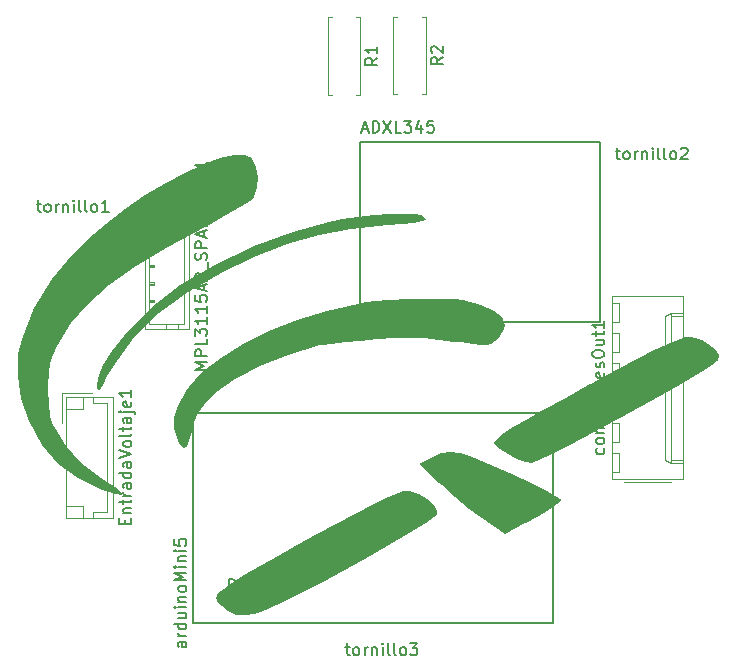
<source format=gbr>
%TF.GenerationSoftware,KiCad,Pcbnew,8.0.4*%
%TF.CreationDate,2024-08-09T17:24:03-06:00*%
%TF.ProjectId,computadorayCargaUtil,636f6d70-7574-4616-946f-726179436172,rev?*%
%TF.SameCoordinates,Original*%
%TF.FileFunction,Legend,Top*%
%TF.FilePolarity,Positive*%
%FSLAX46Y46*%
G04 Gerber Fmt 4.6, Leading zero omitted, Abs format (unit mm)*
G04 Created by KiCad (PCBNEW 8.0.4) date 2024-08-09 17:24:03*
%MOMM*%
%LPD*%
G01*
G04 APERTURE LIST*
%ADD10C,0.150000*%
%ADD11C,0.120000*%
%ADD12C,0.127000*%
%ADD13C,0.200000*%
%ADD14C,0.000000*%
G04 APERTURE END LIST*
D10*
X141678819Y-117149047D02*
X141155009Y-117149047D01*
X141155009Y-117149047D02*
X141059771Y-117196666D01*
X141059771Y-117196666D02*
X141012152Y-117291904D01*
X141012152Y-117291904D02*
X141012152Y-117482380D01*
X141012152Y-117482380D02*
X141059771Y-117577618D01*
X141631200Y-117149047D02*
X141678819Y-117244285D01*
X141678819Y-117244285D02*
X141678819Y-117482380D01*
X141678819Y-117482380D02*
X141631200Y-117577618D01*
X141631200Y-117577618D02*
X141535961Y-117625237D01*
X141535961Y-117625237D02*
X141440723Y-117625237D01*
X141440723Y-117625237D02*
X141345485Y-117577618D01*
X141345485Y-117577618D02*
X141297866Y-117482380D01*
X141297866Y-117482380D02*
X141297866Y-117244285D01*
X141297866Y-117244285D02*
X141250247Y-117149047D01*
X141678819Y-116672856D02*
X141012152Y-116672856D01*
X141202628Y-116672856D02*
X141107390Y-116625237D01*
X141107390Y-116625237D02*
X141059771Y-116577618D01*
X141059771Y-116577618D02*
X141012152Y-116482380D01*
X141012152Y-116482380D02*
X141012152Y-116387142D01*
X141678819Y-115625237D02*
X140678819Y-115625237D01*
X141631200Y-115625237D02*
X141678819Y-115720475D01*
X141678819Y-115720475D02*
X141678819Y-115910951D01*
X141678819Y-115910951D02*
X141631200Y-116006189D01*
X141631200Y-116006189D02*
X141583580Y-116053808D01*
X141583580Y-116053808D02*
X141488342Y-116101427D01*
X141488342Y-116101427D02*
X141202628Y-116101427D01*
X141202628Y-116101427D02*
X141107390Y-116053808D01*
X141107390Y-116053808D02*
X141059771Y-116006189D01*
X141059771Y-116006189D02*
X141012152Y-115910951D01*
X141012152Y-115910951D02*
X141012152Y-115720475D01*
X141012152Y-115720475D02*
X141059771Y-115625237D01*
X141012152Y-114720475D02*
X141678819Y-114720475D01*
X141012152Y-115149046D02*
X141535961Y-115149046D01*
X141535961Y-115149046D02*
X141631200Y-115101427D01*
X141631200Y-115101427D02*
X141678819Y-115006189D01*
X141678819Y-115006189D02*
X141678819Y-114863332D01*
X141678819Y-114863332D02*
X141631200Y-114768094D01*
X141631200Y-114768094D02*
X141583580Y-114720475D01*
X141678819Y-114244284D02*
X141012152Y-114244284D01*
X140678819Y-114244284D02*
X140726438Y-114291903D01*
X140726438Y-114291903D02*
X140774057Y-114244284D01*
X140774057Y-114244284D02*
X140726438Y-114196665D01*
X140726438Y-114196665D02*
X140678819Y-114244284D01*
X140678819Y-114244284D02*
X140774057Y-114244284D01*
X141012152Y-113768094D02*
X141678819Y-113768094D01*
X141107390Y-113768094D02*
X141059771Y-113720475D01*
X141059771Y-113720475D02*
X141012152Y-113625237D01*
X141012152Y-113625237D02*
X141012152Y-113482380D01*
X141012152Y-113482380D02*
X141059771Y-113387142D01*
X141059771Y-113387142D02*
X141155009Y-113339523D01*
X141155009Y-113339523D02*
X141678819Y-113339523D01*
X141678819Y-112720475D02*
X141631200Y-112815713D01*
X141631200Y-112815713D02*
X141583580Y-112863332D01*
X141583580Y-112863332D02*
X141488342Y-112910951D01*
X141488342Y-112910951D02*
X141202628Y-112910951D01*
X141202628Y-112910951D02*
X141107390Y-112863332D01*
X141107390Y-112863332D02*
X141059771Y-112815713D01*
X141059771Y-112815713D02*
X141012152Y-112720475D01*
X141012152Y-112720475D02*
X141012152Y-112577618D01*
X141012152Y-112577618D02*
X141059771Y-112482380D01*
X141059771Y-112482380D02*
X141107390Y-112434761D01*
X141107390Y-112434761D02*
X141202628Y-112387142D01*
X141202628Y-112387142D02*
X141488342Y-112387142D01*
X141488342Y-112387142D02*
X141583580Y-112434761D01*
X141583580Y-112434761D02*
X141631200Y-112482380D01*
X141631200Y-112482380D02*
X141678819Y-112577618D01*
X141678819Y-112577618D02*
X141678819Y-112720475D01*
X141678819Y-111958570D02*
X140678819Y-111958570D01*
X140678819Y-111958570D02*
X141393104Y-111625237D01*
X141393104Y-111625237D02*
X140678819Y-111291904D01*
X140678819Y-111291904D02*
X141678819Y-111291904D01*
X141678819Y-110815713D02*
X141012152Y-110815713D01*
X140678819Y-110815713D02*
X140726438Y-110863332D01*
X140726438Y-110863332D02*
X140774057Y-110815713D01*
X140774057Y-110815713D02*
X140726438Y-110768094D01*
X140726438Y-110768094D02*
X140678819Y-110815713D01*
X140678819Y-110815713D02*
X140774057Y-110815713D01*
X141012152Y-110339523D02*
X141678819Y-110339523D01*
X141107390Y-110339523D02*
X141059771Y-110291904D01*
X141059771Y-110291904D02*
X141012152Y-110196666D01*
X141012152Y-110196666D02*
X141012152Y-110053809D01*
X141012152Y-110053809D02*
X141059771Y-109958571D01*
X141059771Y-109958571D02*
X141155009Y-109910952D01*
X141155009Y-109910952D02*
X141678819Y-109910952D01*
X141678819Y-109434761D02*
X141012152Y-109434761D01*
X140678819Y-109434761D02*
X140726438Y-109482380D01*
X140726438Y-109482380D02*
X140774057Y-109434761D01*
X140774057Y-109434761D02*
X140726438Y-109387142D01*
X140726438Y-109387142D02*
X140678819Y-109434761D01*
X140678819Y-109434761D02*
X140774057Y-109434761D01*
X140678819Y-108482381D02*
X140678819Y-108958571D01*
X140678819Y-108958571D02*
X141155009Y-109006190D01*
X141155009Y-109006190D02*
X141107390Y-108958571D01*
X141107390Y-108958571D02*
X141059771Y-108863333D01*
X141059771Y-108863333D02*
X141059771Y-108625238D01*
X141059771Y-108625238D02*
X141107390Y-108530000D01*
X141107390Y-108530000D02*
X141155009Y-108482381D01*
X141155009Y-108482381D02*
X141250247Y-108434762D01*
X141250247Y-108434762D02*
X141488342Y-108434762D01*
X141488342Y-108434762D02*
X141583580Y-108482381D01*
X141583580Y-108482381D02*
X141631200Y-108530000D01*
X141631200Y-108530000D02*
X141678819Y-108625238D01*
X141678819Y-108625238D02*
X141678819Y-108863333D01*
X141678819Y-108863333D02*
X141631200Y-108958571D01*
X141631200Y-108958571D02*
X141583580Y-109006190D01*
X145311905Y-112849819D02*
X145311905Y-111849819D01*
X145311905Y-111849819D02*
X145550000Y-111849819D01*
X145550000Y-111849819D02*
X145692857Y-111897438D01*
X145692857Y-111897438D02*
X145788095Y-111992676D01*
X145788095Y-111992676D02*
X145835714Y-112087914D01*
X145835714Y-112087914D02*
X145883333Y-112278390D01*
X145883333Y-112278390D02*
X145883333Y-112421247D01*
X145883333Y-112421247D02*
X145835714Y-112611723D01*
X145835714Y-112611723D02*
X145788095Y-112706961D01*
X145788095Y-112706961D02*
X145692857Y-112802200D01*
X145692857Y-112802200D02*
X145550000Y-112849819D01*
X145550000Y-112849819D02*
X145311905Y-112849819D01*
X146502381Y-111849819D02*
X146597619Y-111849819D01*
X146597619Y-111849819D02*
X146692857Y-111897438D01*
X146692857Y-111897438D02*
X146740476Y-111945057D01*
X146740476Y-111945057D02*
X146788095Y-112040295D01*
X146788095Y-112040295D02*
X146835714Y-112230771D01*
X146835714Y-112230771D02*
X146835714Y-112468866D01*
X146835714Y-112468866D02*
X146788095Y-112659342D01*
X146788095Y-112659342D02*
X146740476Y-112754580D01*
X146740476Y-112754580D02*
X146692857Y-112802200D01*
X146692857Y-112802200D02*
X146597619Y-112849819D01*
X146597619Y-112849819D02*
X146502381Y-112849819D01*
X146502381Y-112849819D02*
X146407143Y-112802200D01*
X146407143Y-112802200D02*
X146359524Y-112754580D01*
X146359524Y-112754580D02*
X146311905Y-112659342D01*
X146311905Y-112659342D02*
X146264286Y-112468866D01*
X146264286Y-112468866D02*
X146264286Y-112230771D01*
X146264286Y-112230771D02*
X146311905Y-112040295D01*
X146311905Y-112040295D02*
X146359524Y-111945057D01*
X146359524Y-111945057D02*
X146407143Y-111897438D01*
X146407143Y-111897438D02*
X146502381Y-111849819D01*
X143429819Y-94110714D02*
X142429819Y-94110714D01*
X142429819Y-94110714D02*
X143144104Y-93777381D01*
X143144104Y-93777381D02*
X142429819Y-93444048D01*
X142429819Y-93444048D02*
X143429819Y-93444048D01*
X143429819Y-92967857D02*
X142429819Y-92967857D01*
X142429819Y-92967857D02*
X142429819Y-92586905D01*
X142429819Y-92586905D02*
X142477438Y-92491667D01*
X142477438Y-92491667D02*
X142525057Y-92444048D01*
X142525057Y-92444048D02*
X142620295Y-92396429D01*
X142620295Y-92396429D02*
X142763152Y-92396429D01*
X142763152Y-92396429D02*
X142858390Y-92444048D01*
X142858390Y-92444048D02*
X142906009Y-92491667D01*
X142906009Y-92491667D02*
X142953628Y-92586905D01*
X142953628Y-92586905D02*
X142953628Y-92967857D01*
X143429819Y-91491667D02*
X143429819Y-91967857D01*
X143429819Y-91967857D02*
X142429819Y-91967857D01*
X142429819Y-91253571D02*
X142429819Y-90634524D01*
X142429819Y-90634524D02*
X142810771Y-90967857D01*
X142810771Y-90967857D02*
X142810771Y-90825000D01*
X142810771Y-90825000D02*
X142858390Y-90729762D01*
X142858390Y-90729762D02*
X142906009Y-90682143D01*
X142906009Y-90682143D02*
X143001247Y-90634524D01*
X143001247Y-90634524D02*
X143239342Y-90634524D01*
X143239342Y-90634524D02*
X143334580Y-90682143D01*
X143334580Y-90682143D02*
X143382200Y-90729762D01*
X143382200Y-90729762D02*
X143429819Y-90825000D01*
X143429819Y-90825000D02*
X143429819Y-91110714D01*
X143429819Y-91110714D02*
X143382200Y-91205952D01*
X143382200Y-91205952D02*
X143334580Y-91253571D01*
X143429819Y-89682143D02*
X143429819Y-90253571D01*
X143429819Y-89967857D02*
X142429819Y-89967857D01*
X142429819Y-89967857D02*
X142572676Y-90063095D01*
X142572676Y-90063095D02*
X142667914Y-90158333D01*
X142667914Y-90158333D02*
X142715533Y-90253571D01*
X143429819Y-88729762D02*
X143429819Y-89301190D01*
X143429819Y-89015476D02*
X142429819Y-89015476D01*
X142429819Y-89015476D02*
X142572676Y-89110714D01*
X142572676Y-89110714D02*
X142667914Y-89205952D01*
X142667914Y-89205952D02*
X142715533Y-89301190D01*
X142429819Y-87825000D02*
X142429819Y-88301190D01*
X142429819Y-88301190D02*
X142906009Y-88348809D01*
X142906009Y-88348809D02*
X142858390Y-88301190D01*
X142858390Y-88301190D02*
X142810771Y-88205952D01*
X142810771Y-88205952D02*
X142810771Y-87967857D01*
X142810771Y-87967857D02*
X142858390Y-87872619D01*
X142858390Y-87872619D02*
X142906009Y-87825000D01*
X142906009Y-87825000D02*
X143001247Y-87777381D01*
X143001247Y-87777381D02*
X143239342Y-87777381D01*
X143239342Y-87777381D02*
X143334580Y-87825000D01*
X143334580Y-87825000D02*
X143382200Y-87872619D01*
X143382200Y-87872619D02*
X143429819Y-87967857D01*
X143429819Y-87967857D02*
X143429819Y-88205952D01*
X143429819Y-88205952D02*
X143382200Y-88301190D01*
X143382200Y-88301190D02*
X143334580Y-88348809D01*
X143144104Y-87396428D02*
X143144104Y-86920238D01*
X143429819Y-87491666D02*
X142429819Y-87158333D01*
X142429819Y-87158333D02*
X143429819Y-86825000D01*
X142525057Y-86539285D02*
X142477438Y-86491666D01*
X142477438Y-86491666D02*
X142429819Y-86396428D01*
X142429819Y-86396428D02*
X142429819Y-86158333D01*
X142429819Y-86158333D02*
X142477438Y-86063095D01*
X142477438Y-86063095D02*
X142525057Y-86015476D01*
X142525057Y-86015476D02*
X142620295Y-85967857D01*
X142620295Y-85967857D02*
X142715533Y-85967857D01*
X142715533Y-85967857D02*
X142858390Y-86015476D01*
X142858390Y-86015476D02*
X143429819Y-86586904D01*
X143429819Y-86586904D02*
X143429819Y-85967857D01*
X143525057Y-85777381D02*
X143525057Y-85015476D01*
X143382200Y-84824999D02*
X143429819Y-84682142D01*
X143429819Y-84682142D02*
X143429819Y-84444047D01*
X143429819Y-84444047D02*
X143382200Y-84348809D01*
X143382200Y-84348809D02*
X143334580Y-84301190D01*
X143334580Y-84301190D02*
X143239342Y-84253571D01*
X143239342Y-84253571D02*
X143144104Y-84253571D01*
X143144104Y-84253571D02*
X143048866Y-84301190D01*
X143048866Y-84301190D02*
X143001247Y-84348809D01*
X143001247Y-84348809D02*
X142953628Y-84444047D01*
X142953628Y-84444047D02*
X142906009Y-84634523D01*
X142906009Y-84634523D02*
X142858390Y-84729761D01*
X142858390Y-84729761D02*
X142810771Y-84777380D01*
X142810771Y-84777380D02*
X142715533Y-84824999D01*
X142715533Y-84824999D02*
X142620295Y-84824999D01*
X142620295Y-84824999D02*
X142525057Y-84777380D01*
X142525057Y-84777380D02*
X142477438Y-84729761D01*
X142477438Y-84729761D02*
X142429819Y-84634523D01*
X142429819Y-84634523D02*
X142429819Y-84396428D01*
X142429819Y-84396428D02*
X142477438Y-84253571D01*
X143429819Y-83824999D02*
X142429819Y-83824999D01*
X142429819Y-83824999D02*
X142429819Y-83444047D01*
X142429819Y-83444047D02*
X142477438Y-83348809D01*
X142477438Y-83348809D02*
X142525057Y-83301190D01*
X142525057Y-83301190D02*
X142620295Y-83253571D01*
X142620295Y-83253571D02*
X142763152Y-83253571D01*
X142763152Y-83253571D02*
X142858390Y-83301190D01*
X142858390Y-83301190D02*
X142906009Y-83348809D01*
X142906009Y-83348809D02*
X142953628Y-83444047D01*
X142953628Y-83444047D02*
X142953628Y-83824999D01*
X143144104Y-82872618D02*
X143144104Y-82396428D01*
X143429819Y-82967856D02*
X142429819Y-82634523D01*
X142429819Y-82634523D02*
X143429819Y-82301190D01*
X143429819Y-81396428D02*
X142953628Y-81729761D01*
X143429819Y-81967856D02*
X142429819Y-81967856D01*
X142429819Y-81967856D02*
X142429819Y-81586904D01*
X142429819Y-81586904D02*
X142477438Y-81491666D01*
X142477438Y-81491666D02*
X142525057Y-81444047D01*
X142525057Y-81444047D02*
X142620295Y-81396428D01*
X142620295Y-81396428D02*
X142763152Y-81396428D01*
X142763152Y-81396428D02*
X142858390Y-81444047D01*
X142858390Y-81444047D02*
X142906009Y-81491666D01*
X142906009Y-81491666D02*
X142953628Y-81586904D01*
X142953628Y-81586904D02*
X142953628Y-81967856D01*
X143429819Y-80967856D02*
X142429819Y-80967856D01*
X143429819Y-80396428D02*
X142858390Y-80824999D01*
X142429819Y-80396428D02*
X143001247Y-80967856D01*
X142906009Y-79634523D02*
X142906009Y-79967856D01*
X143429819Y-79967856D02*
X142429819Y-79967856D01*
X142429819Y-79967856D02*
X142429819Y-79491666D01*
X142429819Y-79110713D02*
X143239342Y-79110713D01*
X143239342Y-79110713D02*
X143334580Y-79063094D01*
X143334580Y-79063094D02*
X143382200Y-79015475D01*
X143382200Y-79015475D02*
X143429819Y-78920237D01*
X143429819Y-78920237D02*
X143429819Y-78729761D01*
X143429819Y-78729761D02*
X143382200Y-78634523D01*
X143382200Y-78634523D02*
X143334580Y-78586904D01*
X143334580Y-78586904D02*
X143239342Y-78539285D01*
X143239342Y-78539285D02*
X142429819Y-78539285D01*
X143429819Y-78063094D02*
X142429819Y-78063094D01*
X142429819Y-78063094D02*
X143429819Y-77491666D01*
X143429819Y-77491666D02*
X142429819Y-77491666D01*
X143429819Y-76491666D02*
X143429819Y-77063094D01*
X143429819Y-76777380D02*
X142429819Y-76777380D01*
X142429819Y-76777380D02*
X142572676Y-76872618D01*
X142572676Y-76872618D02*
X142667914Y-76967856D01*
X142667914Y-76967856D02*
X142715533Y-77063094D01*
X178029761Y-75638152D02*
X178410713Y-75638152D01*
X178172618Y-75304819D02*
X178172618Y-76161961D01*
X178172618Y-76161961D02*
X178220237Y-76257200D01*
X178220237Y-76257200D02*
X178315475Y-76304819D01*
X178315475Y-76304819D02*
X178410713Y-76304819D01*
X178886904Y-76304819D02*
X178791666Y-76257200D01*
X178791666Y-76257200D02*
X178744047Y-76209580D01*
X178744047Y-76209580D02*
X178696428Y-76114342D01*
X178696428Y-76114342D02*
X178696428Y-75828628D01*
X178696428Y-75828628D02*
X178744047Y-75733390D01*
X178744047Y-75733390D02*
X178791666Y-75685771D01*
X178791666Y-75685771D02*
X178886904Y-75638152D01*
X178886904Y-75638152D02*
X179029761Y-75638152D01*
X179029761Y-75638152D02*
X179124999Y-75685771D01*
X179124999Y-75685771D02*
X179172618Y-75733390D01*
X179172618Y-75733390D02*
X179220237Y-75828628D01*
X179220237Y-75828628D02*
X179220237Y-76114342D01*
X179220237Y-76114342D02*
X179172618Y-76209580D01*
X179172618Y-76209580D02*
X179124999Y-76257200D01*
X179124999Y-76257200D02*
X179029761Y-76304819D01*
X179029761Y-76304819D02*
X178886904Y-76304819D01*
X179648809Y-76304819D02*
X179648809Y-75638152D01*
X179648809Y-75828628D02*
X179696428Y-75733390D01*
X179696428Y-75733390D02*
X179744047Y-75685771D01*
X179744047Y-75685771D02*
X179839285Y-75638152D01*
X179839285Y-75638152D02*
X179934523Y-75638152D01*
X180267857Y-75638152D02*
X180267857Y-76304819D01*
X180267857Y-75733390D02*
X180315476Y-75685771D01*
X180315476Y-75685771D02*
X180410714Y-75638152D01*
X180410714Y-75638152D02*
X180553571Y-75638152D01*
X180553571Y-75638152D02*
X180648809Y-75685771D01*
X180648809Y-75685771D02*
X180696428Y-75781009D01*
X180696428Y-75781009D02*
X180696428Y-76304819D01*
X181172619Y-76304819D02*
X181172619Y-75638152D01*
X181172619Y-75304819D02*
X181125000Y-75352438D01*
X181125000Y-75352438D02*
X181172619Y-75400057D01*
X181172619Y-75400057D02*
X181220238Y-75352438D01*
X181220238Y-75352438D02*
X181172619Y-75304819D01*
X181172619Y-75304819D02*
X181172619Y-75400057D01*
X181791666Y-76304819D02*
X181696428Y-76257200D01*
X181696428Y-76257200D02*
X181648809Y-76161961D01*
X181648809Y-76161961D02*
X181648809Y-75304819D01*
X182315476Y-76304819D02*
X182220238Y-76257200D01*
X182220238Y-76257200D02*
X182172619Y-76161961D01*
X182172619Y-76161961D02*
X182172619Y-75304819D01*
X182839286Y-76304819D02*
X182744048Y-76257200D01*
X182744048Y-76257200D02*
X182696429Y-76209580D01*
X182696429Y-76209580D02*
X182648810Y-76114342D01*
X182648810Y-76114342D02*
X182648810Y-75828628D01*
X182648810Y-75828628D02*
X182696429Y-75733390D01*
X182696429Y-75733390D02*
X182744048Y-75685771D01*
X182744048Y-75685771D02*
X182839286Y-75638152D01*
X182839286Y-75638152D02*
X182982143Y-75638152D01*
X182982143Y-75638152D02*
X183077381Y-75685771D01*
X183077381Y-75685771D02*
X183125000Y-75733390D01*
X183125000Y-75733390D02*
X183172619Y-75828628D01*
X183172619Y-75828628D02*
X183172619Y-76114342D01*
X183172619Y-76114342D02*
X183125000Y-76209580D01*
X183125000Y-76209580D02*
X183077381Y-76257200D01*
X183077381Y-76257200D02*
X182982143Y-76304819D01*
X182982143Y-76304819D02*
X182839286Y-76304819D01*
X183553572Y-75400057D02*
X183601191Y-75352438D01*
X183601191Y-75352438D02*
X183696429Y-75304819D01*
X183696429Y-75304819D02*
X183934524Y-75304819D01*
X183934524Y-75304819D02*
X184029762Y-75352438D01*
X184029762Y-75352438D02*
X184077381Y-75400057D01*
X184077381Y-75400057D02*
X184125000Y-75495295D01*
X184125000Y-75495295D02*
X184125000Y-75590533D01*
X184125000Y-75590533D02*
X184077381Y-75733390D01*
X184077381Y-75733390D02*
X183505953Y-76304819D01*
X183505953Y-76304819D02*
X184125000Y-76304819D01*
X156547381Y-73759104D02*
X157023571Y-73759104D01*
X156452143Y-74044819D02*
X156785476Y-73044819D01*
X156785476Y-73044819D02*
X157118809Y-74044819D01*
X157452143Y-74044819D02*
X157452143Y-73044819D01*
X157452143Y-73044819D02*
X157690238Y-73044819D01*
X157690238Y-73044819D02*
X157833095Y-73092438D01*
X157833095Y-73092438D02*
X157928333Y-73187676D01*
X157928333Y-73187676D02*
X157975952Y-73282914D01*
X157975952Y-73282914D02*
X158023571Y-73473390D01*
X158023571Y-73473390D02*
X158023571Y-73616247D01*
X158023571Y-73616247D02*
X157975952Y-73806723D01*
X157975952Y-73806723D02*
X157928333Y-73901961D01*
X157928333Y-73901961D02*
X157833095Y-73997200D01*
X157833095Y-73997200D02*
X157690238Y-74044819D01*
X157690238Y-74044819D02*
X157452143Y-74044819D01*
X158356905Y-73044819D02*
X159023571Y-74044819D01*
X159023571Y-73044819D02*
X158356905Y-74044819D01*
X159880714Y-74044819D02*
X159404524Y-74044819D01*
X159404524Y-74044819D02*
X159404524Y-73044819D01*
X160118810Y-73044819D02*
X160737857Y-73044819D01*
X160737857Y-73044819D02*
X160404524Y-73425771D01*
X160404524Y-73425771D02*
X160547381Y-73425771D01*
X160547381Y-73425771D02*
X160642619Y-73473390D01*
X160642619Y-73473390D02*
X160690238Y-73521009D01*
X160690238Y-73521009D02*
X160737857Y-73616247D01*
X160737857Y-73616247D02*
X160737857Y-73854342D01*
X160737857Y-73854342D02*
X160690238Y-73949580D01*
X160690238Y-73949580D02*
X160642619Y-73997200D01*
X160642619Y-73997200D02*
X160547381Y-74044819D01*
X160547381Y-74044819D02*
X160261667Y-74044819D01*
X160261667Y-74044819D02*
X160166429Y-73997200D01*
X160166429Y-73997200D02*
X160118810Y-73949580D01*
X161595000Y-73378152D02*
X161595000Y-74044819D01*
X161356905Y-72997200D02*
X161118810Y-73711485D01*
X161118810Y-73711485D02*
X161737857Y-73711485D01*
X162595000Y-73044819D02*
X162118810Y-73044819D01*
X162118810Y-73044819D02*
X162071191Y-73521009D01*
X162071191Y-73521009D02*
X162118810Y-73473390D01*
X162118810Y-73473390D02*
X162214048Y-73425771D01*
X162214048Y-73425771D02*
X162452143Y-73425771D01*
X162452143Y-73425771D02*
X162547381Y-73473390D01*
X162547381Y-73473390D02*
X162595000Y-73521009D01*
X162595000Y-73521009D02*
X162642619Y-73616247D01*
X162642619Y-73616247D02*
X162642619Y-73854342D01*
X162642619Y-73854342D02*
X162595000Y-73949580D01*
X162595000Y-73949580D02*
X162547381Y-73997200D01*
X162547381Y-73997200D02*
X162452143Y-74044819D01*
X162452143Y-74044819D02*
X162214048Y-74044819D01*
X162214048Y-74044819D02*
X162118810Y-73997200D01*
X162118810Y-73997200D02*
X162071191Y-73949580D01*
X157849819Y-67716666D02*
X157373628Y-68049999D01*
X157849819Y-68288094D02*
X156849819Y-68288094D01*
X156849819Y-68288094D02*
X156849819Y-67907142D01*
X156849819Y-67907142D02*
X156897438Y-67811904D01*
X156897438Y-67811904D02*
X156945057Y-67764285D01*
X156945057Y-67764285D02*
X157040295Y-67716666D01*
X157040295Y-67716666D02*
X157183152Y-67716666D01*
X157183152Y-67716666D02*
X157278390Y-67764285D01*
X157278390Y-67764285D02*
X157326009Y-67811904D01*
X157326009Y-67811904D02*
X157373628Y-67907142D01*
X157373628Y-67907142D02*
X157373628Y-68288094D01*
X157849819Y-66764285D02*
X157849819Y-67335713D01*
X157849819Y-67049999D02*
X156849819Y-67049999D01*
X156849819Y-67049999D02*
X156992676Y-67145237D01*
X156992676Y-67145237D02*
X157087914Y-67240475D01*
X157087914Y-67240475D02*
X157135533Y-67335713D01*
X155154761Y-117613152D02*
X155535713Y-117613152D01*
X155297618Y-117279819D02*
X155297618Y-118136961D01*
X155297618Y-118136961D02*
X155345237Y-118232200D01*
X155345237Y-118232200D02*
X155440475Y-118279819D01*
X155440475Y-118279819D02*
X155535713Y-118279819D01*
X156011904Y-118279819D02*
X155916666Y-118232200D01*
X155916666Y-118232200D02*
X155869047Y-118184580D01*
X155869047Y-118184580D02*
X155821428Y-118089342D01*
X155821428Y-118089342D02*
X155821428Y-117803628D01*
X155821428Y-117803628D02*
X155869047Y-117708390D01*
X155869047Y-117708390D02*
X155916666Y-117660771D01*
X155916666Y-117660771D02*
X156011904Y-117613152D01*
X156011904Y-117613152D02*
X156154761Y-117613152D01*
X156154761Y-117613152D02*
X156249999Y-117660771D01*
X156249999Y-117660771D02*
X156297618Y-117708390D01*
X156297618Y-117708390D02*
X156345237Y-117803628D01*
X156345237Y-117803628D02*
X156345237Y-118089342D01*
X156345237Y-118089342D02*
X156297618Y-118184580D01*
X156297618Y-118184580D02*
X156249999Y-118232200D01*
X156249999Y-118232200D02*
X156154761Y-118279819D01*
X156154761Y-118279819D02*
X156011904Y-118279819D01*
X156773809Y-118279819D02*
X156773809Y-117613152D01*
X156773809Y-117803628D02*
X156821428Y-117708390D01*
X156821428Y-117708390D02*
X156869047Y-117660771D01*
X156869047Y-117660771D02*
X156964285Y-117613152D01*
X156964285Y-117613152D02*
X157059523Y-117613152D01*
X157392857Y-117613152D02*
X157392857Y-118279819D01*
X157392857Y-117708390D02*
X157440476Y-117660771D01*
X157440476Y-117660771D02*
X157535714Y-117613152D01*
X157535714Y-117613152D02*
X157678571Y-117613152D01*
X157678571Y-117613152D02*
X157773809Y-117660771D01*
X157773809Y-117660771D02*
X157821428Y-117756009D01*
X157821428Y-117756009D02*
X157821428Y-118279819D01*
X158297619Y-118279819D02*
X158297619Y-117613152D01*
X158297619Y-117279819D02*
X158250000Y-117327438D01*
X158250000Y-117327438D02*
X158297619Y-117375057D01*
X158297619Y-117375057D02*
X158345238Y-117327438D01*
X158345238Y-117327438D02*
X158297619Y-117279819D01*
X158297619Y-117279819D02*
X158297619Y-117375057D01*
X158916666Y-118279819D02*
X158821428Y-118232200D01*
X158821428Y-118232200D02*
X158773809Y-118136961D01*
X158773809Y-118136961D02*
X158773809Y-117279819D01*
X159440476Y-118279819D02*
X159345238Y-118232200D01*
X159345238Y-118232200D02*
X159297619Y-118136961D01*
X159297619Y-118136961D02*
X159297619Y-117279819D01*
X159964286Y-118279819D02*
X159869048Y-118232200D01*
X159869048Y-118232200D02*
X159821429Y-118184580D01*
X159821429Y-118184580D02*
X159773810Y-118089342D01*
X159773810Y-118089342D02*
X159773810Y-117803628D01*
X159773810Y-117803628D02*
X159821429Y-117708390D01*
X159821429Y-117708390D02*
X159869048Y-117660771D01*
X159869048Y-117660771D02*
X159964286Y-117613152D01*
X159964286Y-117613152D02*
X160107143Y-117613152D01*
X160107143Y-117613152D02*
X160202381Y-117660771D01*
X160202381Y-117660771D02*
X160250000Y-117708390D01*
X160250000Y-117708390D02*
X160297619Y-117803628D01*
X160297619Y-117803628D02*
X160297619Y-118089342D01*
X160297619Y-118089342D02*
X160250000Y-118184580D01*
X160250000Y-118184580D02*
X160202381Y-118232200D01*
X160202381Y-118232200D02*
X160107143Y-118279819D01*
X160107143Y-118279819D02*
X159964286Y-118279819D01*
X160630953Y-117279819D02*
X161250000Y-117279819D01*
X161250000Y-117279819D02*
X160916667Y-117660771D01*
X160916667Y-117660771D02*
X161059524Y-117660771D01*
X161059524Y-117660771D02*
X161154762Y-117708390D01*
X161154762Y-117708390D02*
X161202381Y-117756009D01*
X161202381Y-117756009D02*
X161250000Y-117851247D01*
X161250000Y-117851247D02*
X161250000Y-118089342D01*
X161250000Y-118089342D02*
X161202381Y-118184580D01*
X161202381Y-118184580D02*
X161154762Y-118232200D01*
X161154762Y-118232200D02*
X161059524Y-118279819D01*
X161059524Y-118279819D02*
X160773810Y-118279819D01*
X160773810Y-118279819D02*
X160678572Y-118232200D01*
X160678572Y-118232200D02*
X160630953Y-118184580D01*
X129004761Y-80088152D02*
X129385713Y-80088152D01*
X129147618Y-79754819D02*
X129147618Y-80611961D01*
X129147618Y-80611961D02*
X129195237Y-80707200D01*
X129195237Y-80707200D02*
X129290475Y-80754819D01*
X129290475Y-80754819D02*
X129385713Y-80754819D01*
X129861904Y-80754819D02*
X129766666Y-80707200D01*
X129766666Y-80707200D02*
X129719047Y-80659580D01*
X129719047Y-80659580D02*
X129671428Y-80564342D01*
X129671428Y-80564342D02*
X129671428Y-80278628D01*
X129671428Y-80278628D02*
X129719047Y-80183390D01*
X129719047Y-80183390D02*
X129766666Y-80135771D01*
X129766666Y-80135771D02*
X129861904Y-80088152D01*
X129861904Y-80088152D02*
X130004761Y-80088152D01*
X130004761Y-80088152D02*
X130099999Y-80135771D01*
X130099999Y-80135771D02*
X130147618Y-80183390D01*
X130147618Y-80183390D02*
X130195237Y-80278628D01*
X130195237Y-80278628D02*
X130195237Y-80564342D01*
X130195237Y-80564342D02*
X130147618Y-80659580D01*
X130147618Y-80659580D02*
X130099999Y-80707200D01*
X130099999Y-80707200D02*
X130004761Y-80754819D01*
X130004761Y-80754819D02*
X129861904Y-80754819D01*
X130623809Y-80754819D02*
X130623809Y-80088152D01*
X130623809Y-80278628D02*
X130671428Y-80183390D01*
X130671428Y-80183390D02*
X130719047Y-80135771D01*
X130719047Y-80135771D02*
X130814285Y-80088152D01*
X130814285Y-80088152D02*
X130909523Y-80088152D01*
X131242857Y-80088152D02*
X131242857Y-80754819D01*
X131242857Y-80183390D02*
X131290476Y-80135771D01*
X131290476Y-80135771D02*
X131385714Y-80088152D01*
X131385714Y-80088152D02*
X131528571Y-80088152D01*
X131528571Y-80088152D02*
X131623809Y-80135771D01*
X131623809Y-80135771D02*
X131671428Y-80231009D01*
X131671428Y-80231009D02*
X131671428Y-80754819D01*
X132147619Y-80754819D02*
X132147619Y-80088152D01*
X132147619Y-79754819D02*
X132100000Y-79802438D01*
X132100000Y-79802438D02*
X132147619Y-79850057D01*
X132147619Y-79850057D02*
X132195238Y-79802438D01*
X132195238Y-79802438D02*
X132147619Y-79754819D01*
X132147619Y-79754819D02*
X132147619Y-79850057D01*
X132766666Y-80754819D02*
X132671428Y-80707200D01*
X132671428Y-80707200D02*
X132623809Y-80611961D01*
X132623809Y-80611961D02*
X132623809Y-79754819D01*
X133290476Y-80754819D02*
X133195238Y-80707200D01*
X133195238Y-80707200D02*
X133147619Y-80611961D01*
X133147619Y-80611961D02*
X133147619Y-79754819D01*
X133814286Y-80754819D02*
X133719048Y-80707200D01*
X133719048Y-80707200D02*
X133671429Y-80659580D01*
X133671429Y-80659580D02*
X133623810Y-80564342D01*
X133623810Y-80564342D02*
X133623810Y-80278628D01*
X133623810Y-80278628D02*
X133671429Y-80183390D01*
X133671429Y-80183390D02*
X133719048Y-80135771D01*
X133719048Y-80135771D02*
X133814286Y-80088152D01*
X133814286Y-80088152D02*
X133957143Y-80088152D01*
X133957143Y-80088152D02*
X134052381Y-80135771D01*
X134052381Y-80135771D02*
X134100000Y-80183390D01*
X134100000Y-80183390D02*
X134147619Y-80278628D01*
X134147619Y-80278628D02*
X134147619Y-80564342D01*
X134147619Y-80564342D02*
X134100000Y-80659580D01*
X134100000Y-80659580D02*
X134052381Y-80707200D01*
X134052381Y-80707200D02*
X133957143Y-80754819D01*
X133957143Y-80754819D02*
X133814286Y-80754819D01*
X135100000Y-80754819D02*
X134528572Y-80754819D01*
X134814286Y-80754819D02*
X134814286Y-79754819D01*
X134814286Y-79754819D02*
X134719048Y-79897676D01*
X134719048Y-79897676D02*
X134623810Y-79992914D01*
X134623810Y-79992914D02*
X134528572Y-80040533D01*
X163399819Y-67656666D02*
X162923628Y-67989999D01*
X163399819Y-68228094D02*
X162399819Y-68228094D01*
X162399819Y-68228094D02*
X162399819Y-67847142D01*
X162399819Y-67847142D02*
X162447438Y-67751904D01*
X162447438Y-67751904D02*
X162495057Y-67704285D01*
X162495057Y-67704285D02*
X162590295Y-67656666D01*
X162590295Y-67656666D02*
X162733152Y-67656666D01*
X162733152Y-67656666D02*
X162828390Y-67704285D01*
X162828390Y-67704285D02*
X162876009Y-67751904D01*
X162876009Y-67751904D02*
X162923628Y-67847142D01*
X162923628Y-67847142D02*
X162923628Y-68228094D01*
X162495057Y-67275713D02*
X162447438Y-67228094D01*
X162447438Y-67228094D02*
X162399819Y-67132856D01*
X162399819Y-67132856D02*
X162399819Y-66894761D01*
X162399819Y-66894761D02*
X162447438Y-66799523D01*
X162447438Y-66799523D02*
X162495057Y-66751904D01*
X162495057Y-66751904D02*
X162590295Y-66704285D01*
X162590295Y-66704285D02*
X162685533Y-66704285D01*
X162685533Y-66704285D02*
X162828390Y-66751904D01*
X162828390Y-66751904D02*
X163399819Y-67323332D01*
X163399819Y-67323332D02*
X163399819Y-66704285D01*
X136506009Y-107167857D02*
X136506009Y-106834524D01*
X137029819Y-106691667D02*
X137029819Y-107167857D01*
X137029819Y-107167857D02*
X136029819Y-107167857D01*
X136029819Y-107167857D02*
X136029819Y-106691667D01*
X136363152Y-106263095D02*
X137029819Y-106263095D01*
X136458390Y-106263095D02*
X136410771Y-106215476D01*
X136410771Y-106215476D02*
X136363152Y-106120238D01*
X136363152Y-106120238D02*
X136363152Y-105977381D01*
X136363152Y-105977381D02*
X136410771Y-105882143D01*
X136410771Y-105882143D02*
X136506009Y-105834524D01*
X136506009Y-105834524D02*
X137029819Y-105834524D01*
X136363152Y-105501190D02*
X136363152Y-105120238D01*
X136029819Y-105358333D02*
X136886961Y-105358333D01*
X136886961Y-105358333D02*
X136982200Y-105310714D01*
X136982200Y-105310714D02*
X137029819Y-105215476D01*
X137029819Y-105215476D02*
X137029819Y-105120238D01*
X137029819Y-104786904D02*
X136363152Y-104786904D01*
X136553628Y-104786904D02*
X136458390Y-104739285D01*
X136458390Y-104739285D02*
X136410771Y-104691666D01*
X136410771Y-104691666D02*
X136363152Y-104596428D01*
X136363152Y-104596428D02*
X136363152Y-104501190D01*
X137029819Y-103739285D02*
X136506009Y-103739285D01*
X136506009Y-103739285D02*
X136410771Y-103786904D01*
X136410771Y-103786904D02*
X136363152Y-103882142D01*
X136363152Y-103882142D02*
X136363152Y-104072618D01*
X136363152Y-104072618D02*
X136410771Y-104167856D01*
X136982200Y-103739285D02*
X137029819Y-103834523D01*
X137029819Y-103834523D02*
X137029819Y-104072618D01*
X137029819Y-104072618D02*
X136982200Y-104167856D01*
X136982200Y-104167856D02*
X136886961Y-104215475D01*
X136886961Y-104215475D02*
X136791723Y-104215475D01*
X136791723Y-104215475D02*
X136696485Y-104167856D01*
X136696485Y-104167856D02*
X136648866Y-104072618D01*
X136648866Y-104072618D02*
X136648866Y-103834523D01*
X136648866Y-103834523D02*
X136601247Y-103739285D01*
X137029819Y-102834523D02*
X136029819Y-102834523D01*
X136982200Y-102834523D02*
X137029819Y-102929761D01*
X137029819Y-102929761D02*
X137029819Y-103120237D01*
X137029819Y-103120237D02*
X136982200Y-103215475D01*
X136982200Y-103215475D02*
X136934580Y-103263094D01*
X136934580Y-103263094D02*
X136839342Y-103310713D01*
X136839342Y-103310713D02*
X136553628Y-103310713D01*
X136553628Y-103310713D02*
X136458390Y-103263094D01*
X136458390Y-103263094D02*
X136410771Y-103215475D01*
X136410771Y-103215475D02*
X136363152Y-103120237D01*
X136363152Y-103120237D02*
X136363152Y-102929761D01*
X136363152Y-102929761D02*
X136410771Y-102834523D01*
X137029819Y-101929761D02*
X136506009Y-101929761D01*
X136506009Y-101929761D02*
X136410771Y-101977380D01*
X136410771Y-101977380D02*
X136363152Y-102072618D01*
X136363152Y-102072618D02*
X136363152Y-102263094D01*
X136363152Y-102263094D02*
X136410771Y-102358332D01*
X136982200Y-101929761D02*
X137029819Y-102024999D01*
X137029819Y-102024999D02*
X137029819Y-102263094D01*
X137029819Y-102263094D02*
X136982200Y-102358332D01*
X136982200Y-102358332D02*
X136886961Y-102405951D01*
X136886961Y-102405951D02*
X136791723Y-102405951D01*
X136791723Y-102405951D02*
X136696485Y-102358332D01*
X136696485Y-102358332D02*
X136648866Y-102263094D01*
X136648866Y-102263094D02*
X136648866Y-102024999D01*
X136648866Y-102024999D02*
X136601247Y-101929761D01*
X136029819Y-101596427D02*
X137029819Y-101263094D01*
X137029819Y-101263094D02*
X136029819Y-100929761D01*
X137029819Y-100453570D02*
X136982200Y-100548808D01*
X136982200Y-100548808D02*
X136934580Y-100596427D01*
X136934580Y-100596427D02*
X136839342Y-100644046D01*
X136839342Y-100644046D02*
X136553628Y-100644046D01*
X136553628Y-100644046D02*
X136458390Y-100596427D01*
X136458390Y-100596427D02*
X136410771Y-100548808D01*
X136410771Y-100548808D02*
X136363152Y-100453570D01*
X136363152Y-100453570D02*
X136363152Y-100310713D01*
X136363152Y-100310713D02*
X136410771Y-100215475D01*
X136410771Y-100215475D02*
X136458390Y-100167856D01*
X136458390Y-100167856D02*
X136553628Y-100120237D01*
X136553628Y-100120237D02*
X136839342Y-100120237D01*
X136839342Y-100120237D02*
X136934580Y-100167856D01*
X136934580Y-100167856D02*
X136982200Y-100215475D01*
X136982200Y-100215475D02*
X137029819Y-100310713D01*
X137029819Y-100310713D02*
X137029819Y-100453570D01*
X137029819Y-99548808D02*
X136982200Y-99644046D01*
X136982200Y-99644046D02*
X136886961Y-99691665D01*
X136886961Y-99691665D02*
X136029819Y-99691665D01*
X136363152Y-99310712D02*
X136363152Y-98929760D01*
X136029819Y-99167855D02*
X136886961Y-99167855D01*
X136886961Y-99167855D02*
X136982200Y-99120236D01*
X136982200Y-99120236D02*
X137029819Y-99024998D01*
X137029819Y-99024998D02*
X137029819Y-98929760D01*
X137029819Y-98167855D02*
X136506009Y-98167855D01*
X136506009Y-98167855D02*
X136410771Y-98215474D01*
X136410771Y-98215474D02*
X136363152Y-98310712D01*
X136363152Y-98310712D02*
X136363152Y-98501188D01*
X136363152Y-98501188D02*
X136410771Y-98596426D01*
X136982200Y-98167855D02*
X137029819Y-98263093D01*
X137029819Y-98263093D02*
X137029819Y-98501188D01*
X137029819Y-98501188D02*
X136982200Y-98596426D01*
X136982200Y-98596426D02*
X136886961Y-98644045D01*
X136886961Y-98644045D02*
X136791723Y-98644045D01*
X136791723Y-98644045D02*
X136696485Y-98596426D01*
X136696485Y-98596426D02*
X136648866Y-98501188D01*
X136648866Y-98501188D02*
X136648866Y-98263093D01*
X136648866Y-98263093D02*
X136601247Y-98167855D01*
X136363152Y-97691664D02*
X137220295Y-97691664D01*
X137220295Y-97691664D02*
X137315533Y-97739283D01*
X137315533Y-97739283D02*
X137363152Y-97834521D01*
X137363152Y-97834521D02*
X137363152Y-97882140D01*
X136029819Y-97691664D02*
X136077438Y-97739283D01*
X136077438Y-97739283D02*
X136125057Y-97691664D01*
X136125057Y-97691664D02*
X136077438Y-97644045D01*
X136077438Y-97644045D02*
X136029819Y-97691664D01*
X136029819Y-97691664D02*
X136125057Y-97691664D01*
X136982200Y-96834522D02*
X137029819Y-96929760D01*
X137029819Y-96929760D02*
X137029819Y-97120236D01*
X137029819Y-97120236D02*
X136982200Y-97215474D01*
X136982200Y-97215474D02*
X136886961Y-97263093D01*
X136886961Y-97263093D02*
X136506009Y-97263093D01*
X136506009Y-97263093D02*
X136410771Y-97215474D01*
X136410771Y-97215474D02*
X136363152Y-97120236D01*
X136363152Y-97120236D02*
X136363152Y-96929760D01*
X136363152Y-96929760D02*
X136410771Y-96834522D01*
X136410771Y-96834522D02*
X136506009Y-96786903D01*
X136506009Y-96786903D02*
X136601247Y-96786903D01*
X136601247Y-96786903D02*
X136696485Y-97263093D01*
X137029819Y-95834522D02*
X137029819Y-96405950D01*
X137029819Y-96120236D02*
X136029819Y-96120236D01*
X136029819Y-96120236D02*
X136172676Y-96215474D01*
X136172676Y-96215474D02*
X136267914Y-96310712D01*
X136267914Y-96310712D02*
X136315533Y-96405950D01*
X177012200Y-100782858D02*
X177059819Y-100878096D01*
X177059819Y-100878096D02*
X177059819Y-101068572D01*
X177059819Y-101068572D02*
X177012200Y-101163810D01*
X177012200Y-101163810D02*
X176964580Y-101211429D01*
X176964580Y-101211429D02*
X176869342Y-101259048D01*
X176869342Y-101259048D02*
X176583628Y-101259048D01*
X176583628Y-101259048D02*
X176488390Y-101211429D01*
X176488390Y-101211429D02*
X176440771Y-101163810D01*
X176440771Y-101163810D02*
X176393152Y-101068572D01*
X176393152Y-101068572D02*
X176393152Y-100878096D01*
X176393152Y-100878096D02*
X176440771Y-100782858D01*
X177059819Y-100211429D02*
X177012200Y-100306667D01*
X177012200Y-100306667D02*
X176964580Y-100354286D01*
X176964580Y-100354286D02*
X176869342Y-100401905D01*
X176869342Y-100401905D02*
X176583628Y-100401905D01*
X176583628Y-100401905D02*
X176488390Y-100354286D01*
X176488390Y-100354286D02*
X176440771Y-100306667D01*
X176440771Y-100306667D02*
X176393152Y-100211429D01*
X176393152Y-100211429D02*
X176393152Y-100068572D01*
X176393152Y-100068572D02*
X176440771Y-99973334D01*
X176440771Y-99973334D02*
X176488390Y-99925715D01*
X176488390Y-99925715D02*
X176583628Y-99878096D01*
X176583628Y-99878096D02*
X176869342Y-99878096D01*
X176869342Y-99878096D02*
X176964580Y-99925715D01*
X176964580Y-99925715D02*
X177012200Y-99973334D01*
X177012200Y-99973334D02*
X177059819Y-100068572D01*
X177059819Y-100068572D02*
X177059819Y-100211429D01*
X176393152Y-99449524D02*
X177059819Y-99449524D01*
X176488390Y-99449524D02*
X176440771Y-99401905D01*
X176440771Y-99401905D02*
X176393152Y-99306667D01*
X176393152Y-99306667D02*
X176393152Y-99163810D01*
X176393152Y-99163810D02*
X176440771Y-99068572D01*
X176440771Y-99068572D02*
X176536009Y-99020953D01*
X176536009Y-99020953D02*
X177059819Y-99020953D01*
X177012200Y-98163810D02*
X177059819Y-98259048D01*
X177059819Y-98259048D02*
X177059819Y-98449524D01*
X177059819Y-98449524D02*
X177012200Y-98544762D01*
X177012200Y-98544762D02*
X176916961Y-98592381D01*
X176916961Y-98592381D02*
X176536009Y-98592381D01*
X176536009Y-98592381D02*
X176440771Y-98544762D01*
X176440771Y-98544762D02*
X176393152Y-98449524D01*
X176393152Y-98449524D02*
X176393152Y-98259048D01*
X176393152Y-98259048D02*
X176440771Y-98163810D01*
X176440771Y-98163810D02*
X176536009Y-98116191D01*
X176536009Y-98116191D02*
X176631247Y-98116191D01*
X176631247Y-98116191D02*
X176726485Y-98592381D01*
X177012200Y-97259048D02*
X177059819Y-97354286D01*
X177059819Y-97354286D02*
X177059819Y-97544762D01*
X177059819Y-97544762D02*
X177012200Y-97640000D01*
X177012200Y-97640000D02*
X176964580Y-97687619D01*
X176964580Y-97687619D02*
X176869342Y-97735238D01*
X176869342Y-97735238D02*
X176583628Y-97735238D01*
X176583628Y-97735238D02*
X176488390Y-97687619D01*
X176488390Y-97687619D02*
X176440771Y-97640000D01*
X176440771Y-97640000D02*
X176393152Y-97544762D01*
X176393152Y-97544762D02*
X176393152Y-97354286D01*
X176393152Y-97354286D02*
X176440771Y-97259048D01*
X176393152Y-96973333D02*
X176393152Y-96592381D01*
X176059819Y-96830476D02*
X176916961Y-96830476D01*
X176916961Y-96830476D02*
X177012200Y-96782857D01*
X177012200Y-96782857D02*
X177059819Y-96687619D01*
X177059819Y-96687619D02*
X177059819Y-96592381D01*
X177059819Y-96116190D02*
X177012200Y-96211428D01*
X177012200Y-96211428D02*
X176964580Y-96259047D01*
X176964580Y-96259047D02*
X176869342Y-96306666D01*
X176869342Y-96306666D02*
X176583628Y-96306666D01*
X176583628Y-96306666D02*
X176488390Y-96259047D01*
X176488390Y-96259047D02*
X176440771Y-96211428D01*
X176440771Y-96211428D02*
X176393152Y-96116190D01*
X176393152Y-96116190D02*
X176393152Y-95973333D01*
X176393152Y-95973333D02*
X176440771Y-95878095D01*
X176440771Y-95878095D02*
X176488390Y-95830476D01*
X176488390Y-95830476D02*
X176583628Y-95782857D01*
X176583628Y-95782857D02*
X176869342Y-95782857D01*
X176869342Y-95782857D02*
X176964580Y-95830476D01*
X176964580Y-95830476D02*
X177012200Y-95878095D01*
X177012200Y-95878095D02*
X177059819Y-95973333D01*
X177059819Y-95973333D02*
X177059819Y-96116190D01*
X177059819Y-95354285D02*
X176393152Y-95354285D01*
X176583628Y-95354285D02*
X176488390Y-95306666D01*
X176488390Y-95306666D02*
X176440771Y-95259047D01*
X176440771Y-95259047D02*
X176393152Y-95163809D01*
X176393152Y-95163809D02*
X176393152Y-95068571D01*
X177012200Y-94354285D02*
X177059819Y-94449523D01*
X177059819Y-94449523D02*
X177059819Y-94639999D01*
X177059819Y-94639999D02*
X177012200Y-94735237D01*
X177012200Y-94735237D02*
X176916961Y-94782856D01*
X176916961Y-94782856D02*
X176536009Y-94782856D01*
X176536009Y-94782856D02*
X176440771Y-94735237D01*
X176440771Y-94735237D02*
X176393152Y-94639999D01*
X176393152Y-94639999D02*
X176393152Y-94449523D01*
X176393152Y-94449523D02*
X176440771Y-94354285D01*
X176440771Y-94354285D02*
X176536009Y-94306666D01*
X176536009Y-94306666D02*
X176631247Y-94306666D01*
X176631247Y-94306666D02*
X176726485Y-94782856D01*
X177012200Y-93925713D02*
X177059819Y-93830475D01*
X177059819Y-93830475D02*
X177059819Y-93639999D01*
X177059819Y-93639999D02*
X177012200Y-93544761D01*
X177012200Y-93544761D02*
X176916961Y-93497142D01*
X176916961Y-93497142D02*
X176869342Y-93497142D01*
X176869342Y-93497142D02*
X176774104Y-93544761D01*
X176774104Y-93544761D02*
X176726485Y-93639999D01*
X176726485Y-93639999D02*
X176726485Y-93782856D01*
X176726485Y-93782856D02*
X176678866Y-93878094D01*
X176678866Y-93878094D02*
X176583628Y-93925713D01*
X176583628Y-93925713D02*
X176536009Y-93925713D01*
X176536009Y-93925713D02*
X176440771Y-93878094D01*
X176440771Y-93878094D02*
X176393152Y-93782856D01*
X176393152Y-93782856D02*
X176393152Y-93639999D01*
X176393152Y-93639999D02*
X176440771Y-93544761D01*
X176059819Y-92878094D02*
X176059819Y-92687618D01*
X176059819Y-92687618D02*
X176107438Y-92592380D01*
X176107438Y-92592380D02*
X176202676Y-92497142D01*
X176202676Y-92497142D02*
X176393152Y-92449523D01*
X176393152Y-92449523D02*
X176726485Y-92449523D01*
X176726485Y-92449523D02*
X176916961Y-92497142D01*
X176916961Y-92497142D02*
X177012200Y-92592380D01*
X177012200Y-92592380D02*
X177059819Y-92687618D01*
X177059819Y-92687618D02*
X177059819Y-92878094D01*
X177059819Y-92878094D02*
X177012200Y-92973332D01*
X177012200Y-92973332D02*
X176916961Y-93068570D01*
X176916961Y-93068570D02*
X176726485Y-93116189D01*
X176726485Y-93116189D02*
X176393152Y-93116189D01*
X176393152Y-93116189D02*
X176202676Y-93068570D01*
X176202676Y-93068570D02*
X176107438Y-92973332D01*
X176107438Y-92973332D02*
X176059819Y-92878094D01*
X176393152Y-91592380D02*
X177059819Y-91592380D01*
X176393152Y-92020951D02*
X176916961Y-92020951D01*
X176916961Y-92020951D02*
X177012200Y-91973332D01*
X177012200Y-91973332D02*
X177059819Y-91878094D01*
X177059819Y-91878094D02*
X177059819Y-91735237D01*
X177059819Y-91735237D02*
X177012200Y-91639999D01*
X177012200Y-91639999D02*
X176964580Y-91592380D01*
X176393152Y-91259046D02*
X176393152Y-90878094D01*
X176059819Y-91116189D02*
X176916961Y-91116189D01*
X176916961Y-91116189D02*
X177012200Y-91068570D01*
X177012200Y-91068570D02*
X177059819Y-90973332D01*
X177059819Y-90973332D02*
X177059819Y-90878094D01*
X177059819Y-90020951D02*
X177059819Y-90592379D01*
X177059819Y-90306665D02*
X176059819Y-90306665D01*
X176059819Y-90306665D02*
X176202676Y-90401903D01*
X176202676Y-90401903D02*
X176297914Y-90497141D01*
X176297914Y-90497141D02*
X176345533Y-90592379D01*
%TO.C,arduinoMini5*%
X142240000Y-97790000D02*
X172720000Y-97790000D01*
X142240000Y-115570000D02*
X142240000Y-97790000D01*
X172720000Y-97790000D02*
X172720000Y-115570000D01*
X172720000Y-115570000D02*
X142240000Y-115570000D01*
D11*
%TO.C,MPL3115A2_SPARKFUN1*%
X138165000Y-79965000D02*
X138165000Y-90685000D01*
X138165000Y-90685000D02*
X141885000Y-90685000D01*
X138565000Y-80365000D02*
X138565000Y-90285000D01*
X138565000Y-82225000D02*
X138965000Y-82225000D01*
X138565000Y-82325000D02*
X138965000Y-82325000D01*
X138565000Y-83725000D02*
X138965000Y-83725000D01*
X138565000Y-83825000D02*
X138965000Y-83825000D01*
X138565000Y-85225000D02*
X138965000Y-85225000D01*
X138565000Y-85325000D02*
X138965000Y-85325000D01*
X138565000Y-86725000D02*
X138965000Y-86725000D01*
X138565000Y-86825000D02*
X138965000Y-86825000D01*
X138565000Y-88225000D02*
X138965000Y-88225000D01*
X138565000Y-88325000D02*
X138965000Y-88325000D01*
X138565000Y-90285000D02*
X141485000Y-90285000D01*
X138965000Y-82225000D02*
X138965000Y-82425000D01*
X138965000Y-82425000D02*
X138565000Y-82425000D01*
X138965000Y-83725000D02*
X138965000Y-83925000D01*
X138965000Y-83925000D02*
X138565000Y-83925000D01*
X138965000Y-85225000D02*
X138965000Y-85425000D01*
X138965000Y-85425000D02*
X138565000Y-85425000D01*
X138965000Y-86725000D02*
X138965000Y-86925000D01*
X138965000Y-86925000D02*
X138565000Y-86925000D01*
X138965000Y-88225000D02*
X138965000Y-88425000D01*
X138965000Y-88425000D02*
X138565000Y-88425000D01*
X139975000Y-79965000D02*
X139975000Y-80365000D01*
X139975000Y-90685000D02*
X139975000Y-90285000D01*
X140975000Y-79965000D02*
X140975000Y-80365000D01*
X140975000Y-90685000D02*
X140975000Y-90285000D01*
X141485000Y-80365000D02*
X138565000Y-80365000D01*
X141485000Y-90285000D02*
X141485000Y-80365000D01*
X141885000Y-79965000D02*
X138165000Y-79965000D01*
X141885000Y-81275000D02*
X142085000Y-81275000D01*
X141885000Y-90685000D02*
X141885000Y-79965000D01*
X141985000Y-81275000D02*
X141985000Y-80975000D01*
X142085000Y-79765000D02*
X141285000Y-79765000D01*
X142085000Y-80565000D02*
X142085000Y-79765000D01*
X142085000Y-80975000D02*
X141885000Y-80975000D01*
X142085000Y-81275000D02*
X142085000Y-80975000D01*
D12*
%TO.C,ADXL345*%
X156420000Y-74855000D02*
X156420000Y-90095000D01*
X156420000Y-90095000D02*
X176740000Y-90095000D01*
X176740000Y-74855000D02*
X156420000Y-74855000D01*
X176740000Y-90095000D02*
X176740000Y-74855000D01*
D13*
X157790000Y-90725000D02*
G75*
G02*
X157590000Y-90725000I-100000J0D01*
G01*
X157590000Y-90725000D02*
G75*
G02*
X157790000Y-90725000I100000J0D01*
G01*
D11*
%TO.C,R1*%
X153655000Y-64280000D02*
X153655000Y-70820000D01*
X153655000Y-70820000D02*
X153985000Y-70820000D01*
X153985000Y-64280000D02*
X153655000Y-64280000D01*
X156065000Y-64280000D02*
X156395000Y-64280000D01*
X156395000Y-64280000D02*
X156395000Y-70820000D01*
X156395000Y-70820000D02*
X156065000Y-70820000D01*
%TO.C,R2*%
X159205000Y-64220000D02*
X159205000Y-70760000D01*
X159205000Y-70760000D02*
X159535000Y-70760000D01*
X159535000Y-64220000D02*
X159205000Y-64220000D01*
X161615000Y-64220000D02*
X161945000Y-64220000D01*
X161945000Y-64220000D02*
X161945000Y-70760000D01*
X161945000Y-70760000D02*
X161615000Y-70760000D01*
%TO.C,EntradaVoltaje1*%
X131165000Y-96115000D02*
X131165000Y-98615000D01*
X131465000Y-96415000D02*
X131465000Y-106635000D01*
X131465000Y-106635000D02*
X135485000Y-106635000D01*
X132965000Y-96415000D02*
X132965000Y-97415000D01*
X132965000Y-97415000D02*
X131465000Y-97415000D01*
X132965000Y-105635000D02*
X131465000Y-105635000D01*
X132965000Y-106635000D02*
X132965000Y-105635000D01*
X133665000Y-96115000D02*
X131165000Y-96115000D01*
X133775000Y-96415000D02*
X133775000Y-96915000D01*
X133775000Y-96915000D02*
X134985000Y-96915000D01*
X133775000Y-106135000D02*
X133775000Y-106635000D01*
X134985000Y-96915000D02*
X134985000Y-106135000D01*
X134985000Y-106135000D02*
X133775000Y-106135000D01*
X135485000Y-96415000D02*
X131465000Y-96415000D01*
X135485000Y-106635000D02*
X135485000Y-96415000D01*
D14*
%TO.C,G\u002A\u002A\u002A*%
G36*
X164901826Y-101193927D02*
G01*
X165841176Y-101496007D01*
X167500210Y-102144684D01*
X169256292Y-102912472D01*
X170906618Y-103707101D01*
X172053282Y-104322359D01*
X173466561Y-105134105D01*
X172766614Y-105701961D01*
X172192741Y-106098065D01*
X171346772Y-106601780D01*
X170406671Y-107107433D01*
X170359230Y-107131454D01*
X168651794Y-107993093D01*
X166752662Y-106689193D01*
X165639718Y-105869948D01*
X164412892Y-104881691D01*
X163304737Y-103913220D01*
X163115606Y-103736423D01*
X161377680Y-102087551D01*
X162416665Y-101557501D01*
X163281105Y-101186258D01*
X164047095Y-101066187D01*
X164901826Y-101193927D01*
G37*
G36*
X160663383Y-104414431D02*
G01*
X161358823Y-104608308D01*
X162105798Y-105055372D01*
X162662628Y-105594176D01*
X162924082Y-106108066D01*
X162908549Y-106326255D01*
X162632329Y-106602773D01*
X161972163Y-107073162D01*
X160987041Y-107703584D01*
X159735951Y-108460200D01*
X158277884Y-109309171D01*
X156671829Y-110216660D01*
X154976774Y-111148828D01*
X153251710Y-112071836D01*
X151555626Y-112951846D01*
X150019672Y-113719773D01*
X148597157Y-114376409D01*
X147500374Y-114774327D01*
X146637517Y-114926297D01*
X145916781Y-114845091D01*
X145246363Y-114543480D01*
X145041808Y-114412255D01*
X144379971Y-113895515D01*
X144161472Y-113478965D01*
X144374962Y-113059563D01*
X144848097Y-112653546D01*
X145563535Y-112162207D01*
X146609516Y-111509626D01*
X147916750Y-110733504D01*
X149415943Y-109871545D01*
X151037804Y-108961452D01*
X152713040Y-108040928D01*
X154372359Y-107147675D01*
X155946469Y-106319396D01*
X157366077Y-105593795D01*
X158561892Y-105008574D01*
X159464621Y-104601437D01*
X159993851Y-104412517D01*
X160663383Y-104414431D01*
G37*
G36*
X161051599Y-80940131D02*
G01*
X161633157Y-81032441D01*
X161725141Y-81076021D01*
X161961301Y-81357881D01*
X161936152Y-81483129D01*
X161641815Y-81558697D01*
X160950318Y-81652889D01*
X159961630Y-81754238D01*
X158775721Y-81851276D01*
X158644538Y-81860698D01*
X155655501Y-82179031D01*
X152882911Y-82715364D01*
X150187534Y-83510054D01*
X147430140Y-84603453D01*
X144767987Y-85882631D01*
X141851314Y-87553732D01*
X139398564Y-89338209D01*
X137383828Y-91259382D01*
X135781201Y-93340574D01*
X135012483Y-94664524D01*
X134597886Y-95432291D01*
X134343339Y-95795680D01*
X134202842Y-95803728D01*
X134142397Y-95592085D01*
X134230512Y-94780561D01*
X134672000Y-93748379D01*
X135412996Y-92561590D01*
X136399638Y-91286246D01*
X137578061Y-89988397D01*
X138894404Y-88734095D01*
X140294802Y-87589391D01*
X141175210Y-86967932D01*
X144143850Y-85214164D01*
X147379297Y-83674559D01*
X150707061Y-82423872D01*
X153744895Y-81582610D01*
X154896006Y-81366190D01*
X156212751Y-81184684D01*
X157590908Y-81044709D01*
X158926250Y-80952881D01*
X160114555Y-80915816D01*
X161051599Y-80940131D01*
G37*
G36*
X184838393Y-91429193D02*
G01*
X185503113Y-91708832D01*
X185629284Y-91774145D01*
X186473749Y-92338559D01*
X186829908Y-92861777D01*
X186694532Y-93338531D01*
X186630093Y-93407204D01*
X186231497Y-93702518D01*
X185470905Y-94184443D01*
X184410950Y-94818599D01*
X183114264Y-95570609D01*
X181643480Y-96406095D01*
X180061230Y-97290679D01*
X178430146Y-98189984D01*
X176812861Y-99069632D01*
X175272007Y-99895245D01*
X173870217Y-100632445D01*
X172670123Y-101246855D01*
X171734357Y-101704096D01*
X171125553Y-101969790D01*
X170932132Y-102023529D01*
X170411280Y-101914528D01*
X169697499Y-101636342D01*
X168931822Y-101262199D01*
X168255283Y-100865324D01*
X167808915Y-100518945D01*
X167708823Y-100349933D01*
X167794754Y-100150016D01*
X168075918Y-99872023D01*
X168587374Y-99494422D01*
X169364182Y-98995685D01*
X170441401Y-98354281D01*
X171854090Y-97548680D01*
X173637309Y-96557352D01*
X175826116Y-95358766D01*
X175916455Y-95309554D01*
X178089974Y-94135109D01*
X179873819Y-93193554D01*
X181307990Y-92465933D01*
X182432482Y-91933292D01*
X183287294Y-91576675D01*
X183912423Y-91377127D01*
X184343986Y-91315686D01*
X184838393Y-91429193D01*
G37*
G36*
X163308831Y-88108446D02*
G01*
X164425578Y-88157015D01*
X165094118Y-88239926D01*
X166670641Y-88645327D01*
X167773964Y-89113631D01*
X168426679Y-89660509D01*
X168651382Y-90301631D01*
X168606894Y-90676200D01*
X168283009Y-91278256D01*
X167813118Y-91725360D01*
X167502703Y-91901668D01*
X167162080Y-91997644D01*
X166685813Y-92013436D01*
X165968463Y-91949194D01*
X164904592Y-91805067D01*
X164393052Y-91730199D01*
X163097885Y-91559444D01*
X161937245Y-91462482D01*
X160748934Y-91434982D01*
X159370751Y-91472616D01*
X157872549Y-91556145D01*
X156455709Y-91659233D01*
X155121284Y-91780075D01*
X153993141Y-91905806D01*
X153195145Y-92023559D01*
X153016667Y-92060530D01*
X150326190Y-92832515D01*
X147901631Y-93790479D01*
X145814064Y-94900979D01*
X144134563Y-96130575D01*
X143887334Y-96356043D01*
X143157998Y-97098559D01*
X142665059Y-97779126D01*
X142322182Y-98563606D01*
X142043031Y-99617866D01*
X141941872Y-100093627D01*
X141735465Y-100648006D01*
X141446976Y-100711960D01*
X141080043Y-100285672D01*
X140945610Y-100043739D01*
X140619398Y-99134295D01*
X140618189Y-98210209D01*
X140961795Y-97180949D01*
X141670026Y-95955983D01*
X141920577Y-95588185D01*
X143039050Y-94326987D01*
X144584233Y-93091906D01*
X146484875Y-91917725D01*
X148669723Y-90839224D01*
X151067525Y-89891188D01*
X153607027Y-89108396D01*
X156216978Y-88525632D01*
X156484567Y-88478764D01*
X157586371Y-88334831D01*
X158948235Y-88222268D01*
X160441624Y-88144639D01*
X161938001Y-88105510D01*
X163308831Y-88108446D01*
G37*
G36*
X147253494Y-76210019D02*
G01*
X147289329Y-76250136D01*
X147599186Y-76920661D01*
X147736056Y-77833536D01*
X147688907Y-78760140D01*
X147446709Y-79471853D01*
X147444911Y-79474607D01*
X147043766Y-79844032D01*
X146233222Y-80382012D01*
X145061084Y-81059589D01*
X143575155Y-81847810D01*
X143271374Y-82002589D01*
X140103019Y-83700588D01*
X137406304Y-85350334D01*
X135159207Y-86969452D01*
X133339705Y-88575566D01*
X131925774Y-90186300D01*
X130895392Y-91819278D01*
X130821963Y-91965410D01*
X130407561Y-92863133D01*
X130161624Y-93605281D01*
X130041128Y-94391323D01*
X130003050Y-95420727D01*
X130001312Y-95770214D01*
X130036148Y-97044930D01*
X130163626Y-97999210D01*
X130411356Y-98806396D01*
X130528296Y-99079039D01*
X131459682Y-100594869D01*
X132809168Y-102032842D01*
X134496830Y-103311408D01*
X134947257Y-103587805D01*
X135830161Y-104153220D01*
X136254998Y-104529955D01*
X136230056Y-104704133D01*
X135763621Y-104661878D01*
X134863980Y-104389315D01*
X134539129Y-104271164D01*
X132518434Y-103313492D01*
X130853569Y-102062286D01*
X129482368Y-100459189D01*
X128349602Y-98460679D01*
X127700363Y-96615324D01*
X127398783Y-94677968D01*
X127458069Y-92798333D01*
X127739197Y-91541309D01*
X128829909Y-88916385D01*
X130323984Y-86426911D01*
X131980561Y-84385626D01*
X133346842Y-83048315D01*
X134879960Y-81743513D01*
X136525780Y-80499990D01*
X138230167Y-79346513D01*
X139938987Y-78311851D01*
X141598107Y-77424772D01*
X143153391Y-76714045D01*
X144550706Y-76208438D01*
X145735918Y-75936719D01*
X146654892Y-75927657D01*
X147253494Y-76210019D01*
G37*
D11*
%TO.C,conectoresOut1*%
X177695000Y-87910000D02*
X177695000Y-103370000D01*
X177695000Y-90090000D02*
X178295000Y-90090000D01*
X177695000Y-92630000D02*
X178295000Y-92630000D01*
X177695000Y-95170000D02*
X178295000Y-95170000D01*
X177695000Y-97710000D02*
X178295000Y-97710000D01*
X177695000Y-100250000D02*
X178295000Y-100250000D01*
X177695000Y-102790000D02*
X178295000Y-102790000D01*
X177695000Y-103370000D02*
X183715000Y-103370000D01*
X178295000Y-88490000D02*
X177695000Y-88490000D01*
X178295000Y-90090000D02*
X178295000Y-88490000D01*
X178295000Y-91030000D02*
X177695000Y-91030000D01*
X178295000Y-92630000D02*
X178295000Y-91030000D01*
X178295000Y-93570000D02*
X177695000Y-93570000D01*
X178295000Y-95170000D02*
X178295000Y-93570000D01*
X178295000Y-96110000D02*
X177695000Y-96110000D01*
X178295000Y-97710000D02*
X178295000Y-96110000D01*
X178295000Y-98650000D02*
X177695000Y-98650000D01*
X178295000Y-100250000D02*
X178295000Y-98650000D01*
X178295000Y-101190000D02*
X177695000Y-101190000D01*
X178295000Y-102790000D02*
X178295000Y-101190000D01*
X178725000Y-103660000D02*
X182725000Y-103660000D01*
X182185000Y-89540000D02*
X182715000Y-89290000D01*
X182185000Y-101740000D02*
X182185000Y-89540000D01*
X182715000Y-89290000D02*
X183715000Y-89290000D01*
X182715000Y-101990000D02*
X182185000Y-101740000D01*
X182715000Y-101990000D02*
X182715000Y-89290000D01*
X183715000Y-87910000D02*
X177695000Y-87910000D01*
X183715000Y-89540000D02*
X182715000Y-89540000D01*
X183715000Y-101740000D02*
X182715000Y-101740000D01*
X183715000Y-101990000D02*
X182715000Y-101990000D01*
X183715000Y-103370000D02*
X183715000Y-87910000D01*
%TD*%
M02*

</source>
